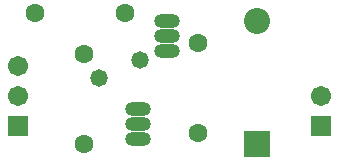
<source format=gbs>
G04 Layer_Color=16711935*
%FSLAX44Y44*%
%MOMM*%
G71*
G01*
G75*
%ADD23O,2.2032X1.2032*%
%ADD24O,2.2032X1.2032*%
%ADD25R,1.7032X1.7032*%
%ADD26C,1.7032*%
%ADD27C,1.6032*%
%ADD28C,2.2032*%
%ADD29R,2.2032X2.2032*%
%ADD30C,1.4732*%
D23*
X120650Y49530D02*
D03*
Y24130D02*
D03*
X144780Y124460D02*
D03*
Y99060D02*
D03*
D24*
X120650Y36830D02*
D03*
X144780Y111760D02*
D03*
D25*
X19050Y35560D02*
D03*
X275590D02*
D03*
D26*
X19050Y60960D02*
D03*
Y86360D02*
D03*
X275590Y60960D02*
D03*
D27*
X171450Y29210D02*
D03*
Y105410D02*
D03*
X109220Y130810D02*
D03*
X33020D02*
D03*
X74930Y96520D02*
D03*
Y20320D02*
D03*
D28*
X220980Y124460D02*
D03*
D29*
Y19860D02*
D03*
D30*
X121920Y91440D02*
D03*
X87630Y76200D02*
D03*
M02*

</source>
